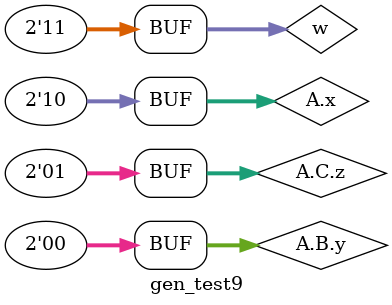
<source format=v>

module gen_test1(clk, a, b, y);

input clk;
input [7:0] a, b;
output reg [7:0] y;

genvar i, j;
wire [15:0] tmp1;

generate

	for (i = 0; i < 8; i = i + 1) begin:gen1
		wire and_wire, or_wire;
		assign and_wire = a[i] & b[i];
		assign or_wire = a[i] | b[i];
		if (i % 2 == 0) begin:gen2true
			assign tmp1[i] = and_wire;
			assign tmp1[i+8] = or_wire;
		end else begin:gen2false
			assign tmp1[i] = or_wire;
			assign tmp1[i+8] = and_wire;
		end
	end

	for (i = 0; i < 8; i = i + 1) begin:gen3
		wire [4:0] tmp2;
		for (j = 0; j <= 4; j = j + 1) begin:gen4
			wire tmpbuf;
			assign tmpbuf = tmp1[i+2*j];
			assign tmp2[j] = tmpbuf;
		end
		always @(posedge clk)
			y[i] <= ^tmp2;
	end

endgenerate

endmodule

// ------------------------------------------

module gen_test2(clk, a, b, y);

input clk;
input [7:0] a, b;
output reg [8:0] y;

integer i;
reg [8:0] carry;

always @(posedge clk) begin
	carry[0] = 0;
	for (i = 0; i < 8; i = i + 1) begin
		casez ({a[i], b[i], carry[i]})
			3'b?11, 3'b1?1, 3'b11?:
				carry[i+1] = 1;
			default:
				carry[i+1] = 0;
		endcase
		y[i] = a[i] ^ b[i] ^ carry[i];
	end
	y[8] = carry[8];
end

endmodule

// ------------------------------------------

module gen_test3(a, b, sel, y, z);

input [3:0] a, b;
input sel;
output [3:0] y, z;

genvar i;
generate
	for (i=0; i < 2; i=i+1)
		assign y[i] = sel ? a[i] : b[i], z[i] = sel ? b[i] : a[i];
	for (i=0; i < 2; i=i+1) begin
		if (i == 0)
			assign y[2] = sel ? a[2] : b[2];
		else
			assign z[2] = sel ? a[2] : b[2];
		case (i)
		default:
			assign z[3] = sel ? a[3] : b[3];
		0:
			assign y[3] = sel ? a[3] : b[3];
		endcase
	end
endgenerate
endmodule

// ------------------------------------------

module gen_test4(a, b);

input [3:0] a;
output [3:0] b;

genvar i;
generate
	for (i=0; i < 3; i=i+1) begin : foo
		localparam PREV = i - 1;
		wire temp;
		if (i == 0)
			assign temp = a[0];
		else
			assign temp = foo[PREV].temp & a[i];
		assign b[i] = temp;
	end
endgenerate
endmodule

// ------------------------------------------

module gen_test5(input_bits, out);

parameter WIDTH = 256;
parameter CHUNK = 4;

input [WIDTH-1:0] input_bits;
output out;

genvar step, i, j;
generate
	for (step = 1; step <= WIDTH; step = step * CHUNK) begin : steps
		localparam PREV = step / CHUNK;
		localparam DIM = WIDTH / step;
		for (i = 0; i < DIM; i = i + 1) begin : outer
			localparam LAST_START = i * CHUNK;
			for (j = 0; j < CHUNK; j = j + 1) begin : inner
				wire temp;
				if (step == 1)
					assign temp = input_bits[i];
				else if (j == 0)
					assign temp = steps[PREV].outer[LAST_START].val;
				else
					assign temp
						= steps[step].outer[i].inner[j-1].temp
						& steps[PREV].outer[LAST_START + j].val;
			end
			wire val;
			assign val = steps[step].outer[i].inner[CHUNK - 1].temp;
		end
	end
endgenerate
assign out = steps[WIDTH].outer[0].val;
endmodule

// ------------------------------------------

module gen_test6(output [3:0] o);
generate
    genvar i;
    for (i = 3; i >= 0; i = i-1) begin
        assign o[i] = 1'b0;
    end
endgenerate
endmodule

// ------------------------------------------

module gen_test7;
	reg [2:0] out1;
	reg [2:0] out2;
	wire [2:0] out3;
	generate
		if (1) begin : cond
			reg [2:0] sub_out1;
			reg [2:0] sub_out2;
			wire [2:0] sub_out3;
			initial begin : init
				reg signed [31:0] x;
				x = 2 ** 2;
				out1 = x;
				sub_out1 = x;
			end
			always @* begin : proc
				reg signed [31:0] x;
				x = 2 ** 1;
				out2 = x;
				sub_out2 = x;
			end
			genvar x;
			for (x = 0; x < 3; x = x + 1) begin
				assign out3[x] = 1;
				assign sub_out3[x] = 1;
			end
		end
	endgenerate

// `define VERIFY
`ifdef VERIFY
	assert property (out1 == 4);
	assert property (out2 == 2);
	assert property (out3 == 7);
	assert property (cond.sub_out1 == 4);
	assert property (cond.sub_out2 == 2);
	assert property (cond.sub_out3 == 7);
`endif
endmodule

// ------------------------------------------

module gen_test8;

// `define VERIFY
`ifdef VERIFY
	`define ASSERT(expr) assert property (expr);
`else
	`define ASSERT(expr)
`endif

	wire [1:0] x = 2'b11;
	generate
		if (1) begin : A
			wire [1:0] x;
			if (1) begin : B
				wire [1:0] x = 2'b00;
				`ASSERT(x == 0)
				`ASSERT(A.x == 2)
				`ASSERT(A.C.x == 1)
				`ASSERT(A.B.x == 0)
				`ASSERT(gen_test8.x == 3)
				`ASSERT(gen_test8.A.x == 2)
				`ASSERT(gen_test8.A.C.x == 1)
				`ASSERT(gen_test8.A.B.x == 0)
			end
			if (1) begin : C
				wire [1:0] x = 2'b01;
				`ASSERT(x == 1)
				`ASSERT(A.x == 2)
				`ASSERT(A.C.x == 1)
				`ASSERT(A.B.x == 0)
				`ASSERT(gen_test8.x == 3)
				`ASSERT(gen_test8.A.x == 2)
				`ASSERT(gen_test8.A.C.x == 1)
				`ASSERT(gen_test8.A.B.x == 0)
			end
			assign x = B.x ^ 2'b11 ^ C.x;
			`ASSERT(x == 2)
			`ASSERT(A.x == 2)
			`ASSERT(A.C.x == 1)
			`ASSERT(A.B.x == 0)
			`ASSERT(gen_test8.x == 3)
			`ASSERT(gen_test8.A.x == 2)
			`ASSERT(gen_test8.A.C.x == 1)
			`ASSERT(gen_test8.A.B.x == 0)
		end
	endgenerate

	`ASSERT(x == 3)
	`ASSERT(A.x == 2)
	`ASSERT(A.C.x == 1)
	`ASSERT(A.B.x == 0)
	`ASSERT(gen_test8.x == 3)
	`ASSERT(gen_test8.A.x == 2)
	`ASSERT(gen_test8.A.C.x == 1)
	`ASSERT(gen_test8.A.B.x == 0)
endmodule

// ------------------------------------------

module gen_test9;

// `define VERIFY
`ifdef VERIFY
	`define ASSERT(expr) assert property (expr);
`else
	`define ASSERT(expr)
`endif

	wire [1:0] w = 2'b11;
	generate
		begin : A
			wire [1:0] x;
			begin : B
				wire [1:0] y = 2'b00;
				`ASSERT(w == 3)
				`ASSERT(x == 2)
				`ASSERT(y == 0)
				`ASSERT(A.x == 2)
				`ASSERT(A.C.z == 1)
				`ASSERT(A.B.y == 0)
				`ASSERT(gen_test9.w == 3)
				`ASSERT(gen_test9.A.x == 2)
				`ASSERT(gen_test9.A.C.z == 1)
				`ASSERT(gen_test9.A.B.y == 0)
			end
			begin : C
				wire [1:0] z = 2'b01;
				`ASSERT(w == 3)
				`ASSERT(x == 2)
				`ASSERT(z == 1)
				`ASSERT(A.x == 2)
				`ASSERT(A.C.z == 1)
				`ASSERT(A.B.y == 0)
				`ASSERT(gen_test9.w == 3)
				`ASSERT(gen_test9.A.x == 2)
				`ASSERT(gen_test9.A.C.z == 1)
				`ASSERT(gen_test9.A.B.y == 0)
			end
			assign x = B.y ^ 2'b11 ^ C.z;
			`ASSERT(x == 2)
			`ASSERT(A.x == 2)
			`ASSERT(A.C.z == 1)
			`ASSERT(A.B.y == 0)
			`ASSERT(gen_test9.w == 3)
			`ASSERT(gen_test9.A.x == 2)
			`ASSERT(gen_test9.A.C.z == 1)
			`ASSERT(gen_test9.A.B.y == 0)
		end
	endgenerate

	`ASSERT(w == 3)
	`ASSERT(A.x == 2)
	`ASSERT(A.C.z == 1)
	`ASSERT(A.B.y == 0)
	`ASSERT(gen_test9.w == 3)
	`ASSERT(gen_test9.A.x == 2)
	`ASSERT(gen_test9.A.C.z == 1)
	`ASSERT(gen_test9.A.B.y == 0)
endmodule

</source>
